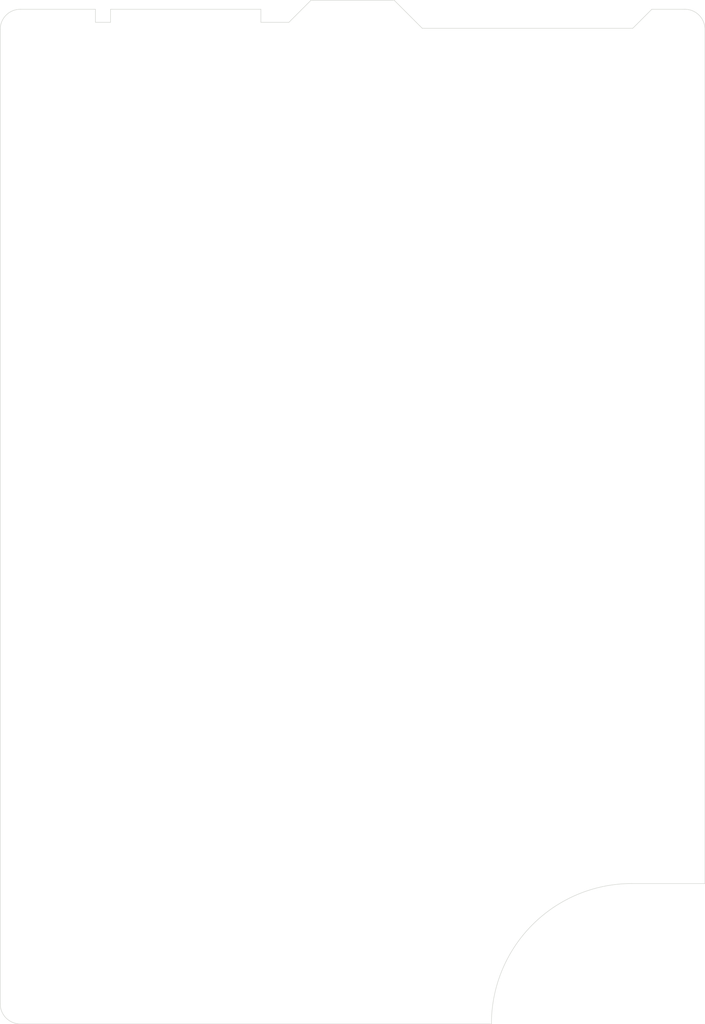
<source format=kicad_pcb>
(kicad_pcb (version 20210228) (generator pcbnew)
  (layers (0 "F.Cu" signal) (31 "B.Cu" signal) (34 "B.Paste" user) (35 "F.Paste" user) (36 "B.SilkS" user "B.Silkscreen") (37 "F.SilkS" user "F.Silkscreen") (38 "B.Mask" user) (39 "F.Mask" user) (44 "Edge.Cuts" user))
  (net 0 "")
  (footprint "riscboy:MH_5mm" (layer "F.Cu") (at 166.2 89.8)
    (fp_text reference "REF**" hide)
    (fp_text value "MH_5mm")
    (pad "" np_thru_hole circle (at 0 0) (size 5 5) (drill 5) (layers F&B.Cu *.Mask) (clearance 0.4))
  )
  (footprint "riscboy:MH_5mm" (layer "F.Cu") (at 104.9 34.9)
    (fp_text reference "REF**" hide)
    (fp_text value "MH_5mm")
    (pad "" np_thru_hole circle (at 0 0) (size 5 5) (drill 5) (layers F&B.Cu *.Mask) (clearance 0.4))
  )
  (footprint "riscboy:MH_5mm" (layer "F.Cu") (at 105 89.8)
    (fp_text reference "REF**" hide)
    (fp_text value "MH_5mm")
    (pad "" np_thru_hole circle (at 0 0) (size 5 5) (drill 5) (layers F&B.Cu *.Mask) (clearance 0.4))
  )
  (footprint "riscboy:MH_5mm" (layer "F.Cu") (at 166.2 33.7)
    (fp_text reference "REF**" hide)
    (fp_text value "MH_5mm")
    (pad "" np_thru_hole circle (at 0 0) (size 5 5) (drill 5) (layers F&B.Cu *.Mask) (clearance 0.4))
  )
  (footprint "riscboy:MH_2.5mm" (layer "F.Cu") (at 135.15 106.7)
    (fp_text reference "REF**" hide)
    (fp_text value "MH_2.5mm")
    (pad "" np_thru_hole circle (at 0 0) (size 2.5 2.5) (drill 2.5) (layers F&B.Cu *.Mask) (clearance 1.2))
  )
  (gr_arc (start 102 129.2) (end 102 131.2) (angle 90) (layer "Edge.Cuts") (width 0.05))
  (gr_line (start 139.3 29.1) (end 142.1 31.9) (layer "Edge.Cuts") (width 0.05))
  (gr_line (start 168.3 30) (end 165 30) (layer "Edge.Cuts") (width 0.05))
  (gr_line (start 100 129.2) (end 100 32) (layer "Edge.Cuts") (width 0.05))
  (gr_line (start 109.5 31.3) (end 111 31.3) (layer "Edge.Cuts") (width 0.05))
  (gr_line (start 142.1 31.9) (end 163.1 31.9) (layer "Edge.Cuts") (width 0.05))
  (gr_line (start 149 131.2) (end 102 131.2) (layer "Edge.Cuts") (width 0.05))
  (gr_arc (start 163 131.2) (end 149 131.2) (angle 90) (layer "Edge.Cuts") (width 0.05))
  (gr_line (start 131 29.1) (end 128.8 31.3) (layer "Edge.Cuts") (width 0.05))
  (gr_line (start 109.5 30) (end 109.5 31.3) (layer "Edge.Cuts") (width 0.05))
  (gr_line (start 128.8 31.3) (end 126 31.3) (layer "Edge.Cuts") (width 0.05))
  (gr_arc (start 168.3 32) (end 170.3 32) (angle -90) (layer "Edge.Cuts") (width 0.05))
  (gr_arc (start 102 32) (end 100 32) (angle 90) (layer "Edge.Cuts") (width 0.05))
  (gr_line (start 170.3 32) (end 170.3 117.2) (layer "Edge.Cuts") (width 0.05))
  (gr_line (start 111 31.3) (end 111 30) (layer "Edge.Cuts") (width 0.05))
  (gr_line (start 126 30) (end 126 31.3) (layer "Edge.Cuts") (width 0.05))
  (gr_line (start 165 30) (end 163.1 31.9) (layer "Edge.Cuts") (width 0.05))
  (gr_line (start 102 30) (end 109.5 30) (layer "Edge.Cuts") (width 0.05))
  (gr_line (start 111 30) (end 126 30) (layer "Edge.Cuts") (width 0.05))
  (gr_line (start 139.3 29.1) (end 131 29.1) (layer "Edge.Cuts") (width 0.05))
  (gr_line (start 163 117.2) (end 170.3 117.2) (layer "Edge.Cuts") (width 0.05))
)
</source>
